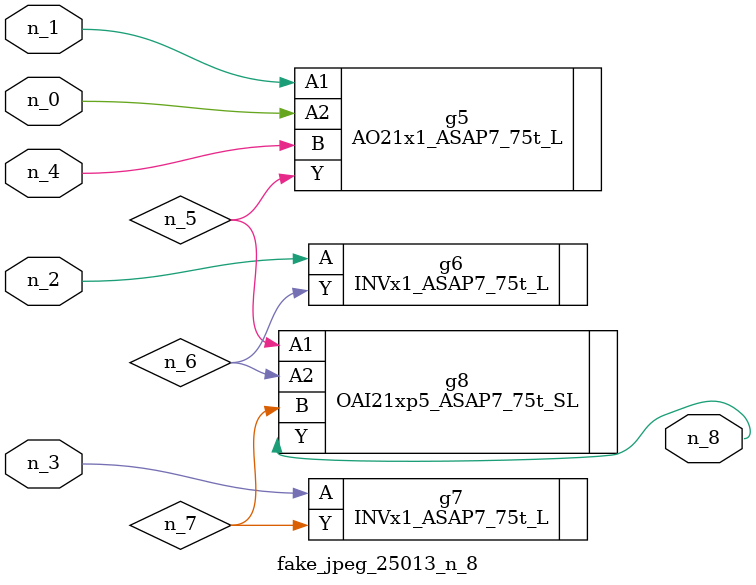
<source format=v>
module fake_jpeg_25013_n_8 (n_3, n_2, n_1, n_0, n_4, n_8);

input n_3;
input n_2;
input n_1;
input n_0;
input n_4;

output n_8;

wire n_6;
wire n_5;
wire n_7;

AO21x1_ASAP7_75t_L g5 ( 
.A1(n_1),
.A2(n_0),
.B(n_4),
.Y(n_5)
);

INVx1_ASAP7_75t_L g6 ( 
.A(n_2),
.Y(n_6)
);

INVx1_ASAP7_75t_L g7 ( 
.A(n_3),
.Y(n_7)
);

OAI21xp5_ASAP7_75t_SL g8 ( 
.A1(n_5),
.A2(n_6),
.B(n_7),
.Y(n_8)
);


endmodule
</source>
